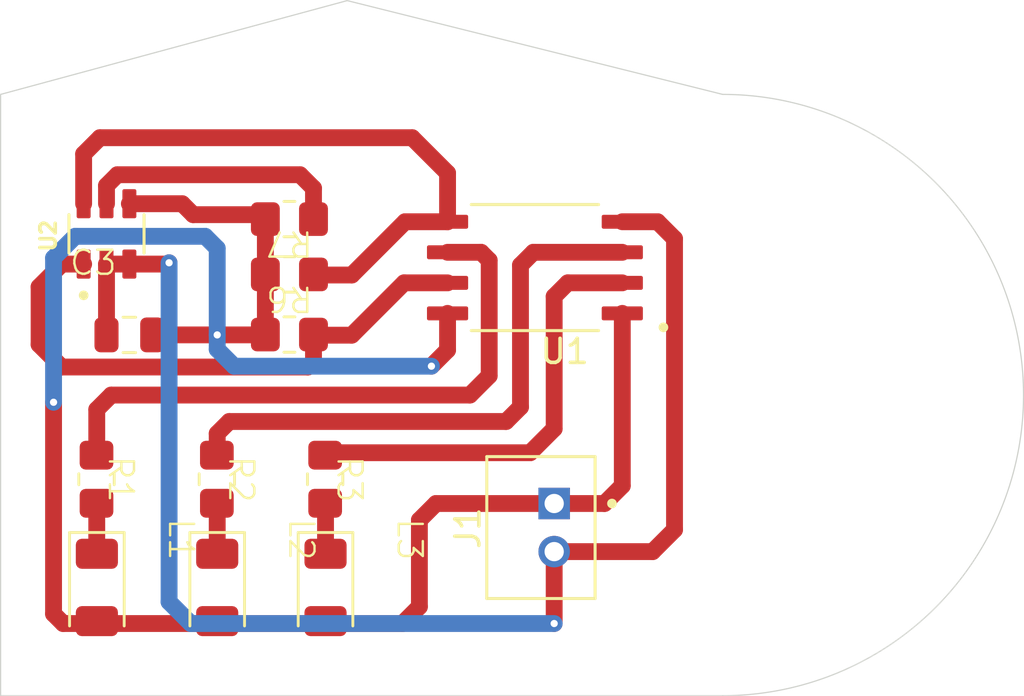
<source format=kicad_pcb>
(kicad_pcb (version 20240108) (generator "pcbnew") (generator_version "8.0")
  (layers (0 "F.Cu" signal) (31 "B.Cu" signal) (34 "B.Paste" user) (35 "F.Paste" user) (36 "B.SilkS" user "B.Silkscreen") (37 "F.SilkS" user "F.Silkscreen") (38 "B.Mask" user) (39 "F.Mask" user) (44 "Edge.Cuts" user))
  (net 0 "")
  (net 1 "VCC")
  (net 2 "GND")
  (net 3 "Net-(L1-K)")
  (net 4 "Net-(L2-K)")
  (net 5 "Net-(L3-K)")
  (net 6 "/L1")
  (net 7 "/L2")
  (net 8 "/L3")
  (net 9 "/PB2(SCK)")
  (net 10 "/PB0(MOSI)")
  (net 11 "/INT")
  (footprint "PVA_board:SOIC-8" (layer "F.Cu") (at 122.2 107.2 180)
    (property "Reference" "U1" (at -1.235 -3.487 0) (layer "F.SilkS"))
    (property "Value" "SOIC-8")
    (fp_line (start -2.645 2.62) (end 2.645 2.62) (stroke (width 0.127)) (layer "F.SilkS"))
    (fp_line (start -2.645 -2.62) (end 2.645 -2.62) (stroke (width 0.127)) (layer "F.SilkS"))
    (fp_circle (center -5.34 -2.485) (end -5.24 -2.485) (stroke (width 0.2)) (fill none) (layer "F.SilkS"))
    (pad "1" smd roundrect (at -3.63 -1.905 180) (size 1.71 0.58) (layers "F.Cu" "F.Paste" "F.Mask") (roundrect_rratio 0.125) (net 1 "VCC"))
    (pad "2" smd roundrect (at -3.63 -0.635 180) (size 1.71 0.58) (layers "F.Cu" "F.Paste" "F.Mask") (roundrect_rratio 0.125) (net 8 "/L3"))
    (pad "3" smd roundrect (at -3.63 0.635 180) (size 1.71 0.58) (layers "F.Cu" "F.Paste" "F.Mask") (roundrect_rratio 0.125) (net 7 "/L2"))
    (pad "4" smd roundrect (at -3.63 1.905 180) (size 1.71 0.58) (layers "F.Cu" "F.Paste" "F.Mask") (roundrect_rratio 0.125) (net 2 "GND"))
    (pad "5" smd roundrect (at 3.63 1.905 180) (size 1.71 0.58) (layers "F.Cu" "F.Paste" "F.Mask") (roundrect_rratio 0.125) (net 10 "/PB0(MOSI)"))
    (pad "6" smd roundrect (at 3.63 0.635 180) (size 1.71 0.58) (layers "F.Cu" "F.Paste" "F.Mask") (roundrect_rratio 0.125) (net 6 "/L1"))
    (pad "7" smd roundrect (at 3.63 -0.635 180) (size 1.71 0.58) (layers "F.Cu" "F.Paste" "F.Mask") (roundrect_rratio 0.125) (net 9 "/PB2(SCK)"))
    (pad "8" smd roundrect (at 3.63 -1.905 180) (size 1.71 0.58) (layers "F.Cu" "F.Paste" "F.Mask") (roundrect_rratio 0.125) (net 1 "VCC"))
  )
  (footprint "PVA_board:SOT-23-6" (layer "F.Cu") (at 104.4 105.8 90)
    (property "Reference" "U2" (at -0.078 -2.4189 90) (layer "F.SilkS") (effects (font (size 0.64 0.64))))
    (property "Value" "SOT-23-6")
    (fp_line (start 0.8 -1.56) (end -0.8 -1.56) (stroke (width 0.127)) (layer "F.SilkS"))
    (fp_line (start 0.8 1.56) (end -0.8 1.56) (stroke (width 0.127)) (layer "F.SilkS"))
    (fp_circle (center -2.555 -0.95) (end -2.455 -0.95) (stroke (width 0.2)) (fill none) (layer "F.SilkS"))
    (pad "1" smd roundrect (at -1.255 -0.95 90) (size 1.21 0.58) (layers "F.Cu" "F.Paste" "F.Mask") (roundrect_rratio 0.125) (net 9 "/PB2(SCK)"))
    (pad "2" smd roundrect (at -1.255 0 90) (size 1.21 0.58) (layers "F.Cu" "F.Paste" "F.Mask") (roundrect_rratio 0.125) (net 2 "GND"))
    (pad "3" smd roundrect (at -1.255 0.95 90) (size 1.21 0.58) (layers "F.Cu" "F.Paste" "F.Mask") (roundrect_rratio 0.125) (net 2 "GND"))
    (pad "4" smd roundrect (at 1.255 0.95 90) (size 1.21 0.58) (layers "F.Cu" "F.Paste" "F.Mask") (roundrect_rratio 0.125) (net 1 "VCC"))
    (pad "5" smd roundrect (at 1.255 0 90) (size 1.21 0.58) (layers "F.Cu" "F.Paste" "F.Mask") (roundrect_rratio 0.125) (net 11 "/INT"))
    (pad "6" smd roundrect (at 1.255 -0.95 90) (size 1.21 0.58) (layers "F.Cu" "F.Paste" "F.Mask") (roundrect_rratio 0.125) (net 10 "/PB0(MOSI)"))
  )
  (footprint "PVA_board:LED-1206" (layer "F.Cu") (at 113.5 120.5 -90)
    (property "Reference" "L3" (at -2 -3.5 -90) (layer "F.SilkS") (effects (font (thickness 0.1))))
    (property "Value" "~")
    (fp_line (start -2.285 1.135) (end 1.6 1.135) (stroke (width 0.12)) (layer "F.SilkS"))
    (fp_line (start -2.285 -1.135) (end -2.285 1.135) (stroke (width 0.12)) (layer "F.SilkS"))
    (fp_line (start 1.6 -1.135) (end -2.285 -1.135) (stroke (width 0.12)) (layer "F.SilkS"))
    (pad "1" smd roundrect (at -1.4 0 270) (size 1.25 1.75) (layers "F.Cu" "F.Paste" "F.Mask") (roundrect_rratio 0.2) (net 5 "Net-(L3-K)"))
    (pad "2" smd roundrect (at 1.4 0 270) (size 1.25 1.75) (layers "F.Cu" "F.Paste" "F.Mask") (roundrect_rratio 0.2) (net 1 "VCC"))
  )
  (footprint "PVA_board:R-0805" (layer "F.Cu") (at 112 107.5 180)
    (property "Reference" "R6" (at 0 -1 180) (layer "F.SilkS") (effects (font (thickness 0.1))))
    (property "Value" "4.7K")
    (fp_line (start -0.227064 0.75) (end 0.227064 0.75) (stroke (width 0.12)) (layer "F.SilkS"))
    (fp_line (start -0.227064 -0.72) (end 0.227064 -0.72) (stroke (width 0.12)) (layer "F.SilkS"))
    (pad "1" smd roundrect (at -1 0.015 180) (size 1.2 1.4) (layers "F.Cu" "F.Paste" "F.Mask") (roundrect_rratio 0.208333) (net 10 "/PB0(MOSI)"))
    (pad "2" smd roundrect (at 1 0.015 180) (size 1.2 1.4) (layers "F.Cu" "F.Paste" "F.Mask") (roundrect_rratio 0.208333) (net 1 "VCC"))
  )
  (footprint "PVA_board:JST_B2B-PH" (layer "F.Cu") (at 123 118.01 90)
    (property "Reference" "J1" (at -0.025 -3.585 90) (layer "F.SilkS"))
    (property "Value" "B2B-PH")
    (fp_line (start 2.95 -2.8) (end 2.95 1.7) (stroke (width 0.127)) (layer "F.SilkS"))
    (fp_line (start -2.95 -2.8) (end 2.95 -2.8) (stroke (width 0.127)) (layer "F.SilkS"))
    (fp_line (start 2.95 1.7) (end -2.95 1.7) (stroke (width 0.127)) (layer "F.SilkS"))
    (fp_line (start -2.95 1.7) (end -2.95 -2.8) (stroke (width 0.127)) (layer "F.SilkS"))
    (fp_circle (center 1 2.4) (end 1.1 2.4) (stroke (width 0.2)) (fill none) (layer "F.SilkS"))
    (pad "1" thru_hole rect (at 1 0 90) (size 1.308 1.308) (drill 0.8) (layers "*.Cu" "*.Mask") (net 1 "VCC"))
    (pad "2" thru_hole circle (at -1 0 90) (size 1.308 1.308) (drill 0.8) (layers "*.Cu" "*.Mask") (net 2 "GND"))
  )
  (footprint "PVA_board:C-0805" (layer "F.Cu") (at 105.35 110)
    (property "Reference" "C3" (at -1.5 -3 0) (layer "F.SilkS") (effects (font (thickness 0.1))))
    (property "Value" "0.1u" (hide yes))
    (fp_line (start -0.261252 -0.735) (end 0.261252 -0.735) (stroke (width 0.12)) (layer "F.SilkS"))
    (fp_line (start -0.261252 0.735) (end 0.261252 0.735) (stroke (width 0.12)) (layer "F.SilkS"))
    (pad "1" smd roundrect (at -0.95 0) (size 1 1.45) (layers "F.Cu" "F.Paste" "F.Mask") (net 2 "GND"))
    (pad "2" smd roundrect (at 0.95 0) (size 1 1.45) (layers "F.Cu" "F.Paste" "F.Mask") (net 1 "VCC"))
  )
  (footprint "PVA_board:LED-1206" (layer "F.Cu") (at 104 120.5 -90)
    (property "Reference" "L1" (at -2 -3.5 -90) (layer "F.SilkS") (effects (font (thickness 0.1))))
    (property "Value" "~")
    (fp_line (start -2.285 1.135) (end 1.6 1.135) (stroke (width 0.12)) (layer "F.SilkS"))
    (fp_line (start -2.285 -1.135) (end -2.285 1.135) (stroke (width 0.12)) (layer "F.SilkS"))
    (fp_line (start 1.6 -1.135) (end -2.285 -1.135) (stroke (width 0.12)) (layer "F.SilkS"))
    (pad "1" smd roundrect (at -1.4 0 270) (size 1.25 1.75) (layers "F.Cu" "F.Paste" "F.Mask") (roundrect_rratio 0.2) (net 3 "Net-(L1-K)"))
    (pad "2" smd roundrect (at 1.4 0 270) (size 1.25 1.75) (layers "F.Cu" "F.Paste" "F.Mask") (roundrect_rratio 0.2) (net 1 "VCC"))
  )
  (footprint "PVA_board:R-0805" (layer "F.Cu") (at 112 105.2 180)
    (property "Reference" "R7" (at 0 -1 180) (layer "F.SilkS") (effects (font (thickness 0.1))))
    (property "Value" "10K")
    (fp_line (start -0.227064 0.75) (end 0.227064 0.75) (stroke (width 0.12)) (layer "F.SilkS"))
    (fp_line (start -0.227064 -0.72) (end 0.227064 -0.72) (stroke (width 0.12)) (layer "F.SilkS"))
    (pad "1" smd roundrect (at -1 0.015 180) (size 1.2 1.4) (layers "F.Cu" "F.Paste" "F.Mask") (roundrect_rratio 0.208333) (net 11 "/INT"))
    (pad "2" smd roundrect (at 1 0.015 180) (size 1.2 1.4) (layers "F.Cu" "F.Paste" "F.Mask") (roundrect_rratio 0.208333) (net 1 "VCC"))
  )
  (footprint "PVA_board:R-0805" (layer "F.Cu") (at 104 116 -90)
    (property "Reference" "R1" (at 0 -1 -90) (layer "F.SilkS") (effects (font (thickness 0.1))))
    (property "Value" "~" (hide yes))
    (fp_line (start -0.227064 0.75) (end 0.227064 0.75) (stroke (width 0.12)) (layer "F.SilkS"))
    (fp_line (start -0.227064 -0.72) (end 0.227064 -0.72) (stroke (width 0.12)) (layer "F.SilkS"))
    (pad "1" smd roundrect (at -1 0.015 270) (size 1.2 1.4) (layers "F.Cu" "F.Paste" "F.Mask") (roundrect_rratio 0.208333) (net 6 "/L1"))
    (pad "2" smd roundrect (at 1 0.015 270) (size 1.2 1.4) (layers "F.Cu" "F.Paste" "F.Mask") (roundrect_rratio 0.208333) (net 3 "Net-(L1-K)"))
  )
  (footprint "PVA_board:R-0805" (layer "F.Cu") (at 109 116 -90)
    (property "Reference" "R2" (at 0 -1 -90) (layer "F.SilkS") (effects (font (thickness 0.1))))
    (property "Value" "~")
    (fp_line (start -0.227064 0.75) (end 0.227064 0.75) (stroke (width 0.12)) (layer "F.SilkS"))
    (fp_line (start -0.227064 -0.72) (end 0.227064 -0.72) (stroke (width 0.12)) (layer "F.SilkS"))
    (pad "1" smd roundrect (at -1 0.015 270) (size 1.2 1.4) (layers "F.Cu" "F.Paste" "F.Mask") (roundrect_rratio 0.208333) (net 7 "/L2"))
    (pad "2" smd roundrect (at 1 0.015 270) (size 1.2 1.4) (layers "F.Cu" "F.Paste" "F.Mask") (roundrect_rratio 0.208333) (net 4 "Net-(L2-K)"))
  )
  (footprint "PVA_board:LED-1206" (layer "F.Cu") (at 109 120.5 -90)
    (property "Reference" "L2" (at -2 -3.5 -90) (layer "F.SilkS") (effects (font (thickness 0.1))))
    (property "Value" "~")
    (fp_line (start -2.285 1.135) (end 1.6 1.135) (stroke (width 0.12)) (layer "F.SilkS"))
    (fp_line (start -2.285 -1.135) (end -2.285 1.135) (stroke (width 0.12)) (layer "F.SilkS"))
    (fp_line (start 1.6 -1.135) (end -2.285 -1.135) (stroke (width 0.12)) (layer "F.SilkS"))
    (pad "1" smd roundrect (at -1.4 0 270) (size 1.25 1.75) (layers "F.Cu" "F.Paste" "F.Mask") (roundrect_rratio 0.2) (net 4 "Net-(L2-K)"))
    (pad "2" smd roundrect (at 1.4 0 270) (size 1.25 1.75) (layers "F.Cu" "F.Paste" "F.Mask") (roundrect_rratio 0.2) (net 1 "VCC"))
  )
  (footprint "PVA_board:R-0805" (layer "F.Cu") (at 113.5 116 -90)
    (property "Reference" "R3" (at 0 -1 -90) (layer "F.SilkS") (effects (font (thickness 0.1))))
    (property "Value" "~")
    (fp_line (start -0.227064 0.75) (end 0.227064 0.75) (stroke (width 0.12)) (layer "F.SilkS"))
    (fp_line (start -0.227064 -0.72) (end 0.227064 -0.72) (stroke (width 0.12)) (layer "F.SilkS"))
    (pad "1" smd roundrect (at -1 0.015 270) (size 1.2 1.4) (layers "F.Cu" "F.Paste" "F.Mask") (roundrect_rratio 0.208333) (net 8 "/L3"))
    (pad "2" smd roundrect (at 1 0.015 270) (size 1.2 1.4) (layers "F.Cu" "F.Paste" "F.Mask") (roundrect_rratio 0.208333) (net 5 "Net-(L3-K)"))
  )
  (footprint "PVA_board:R-0805" (layer "F.Cu") (at 112 110 180)
    (property "Reference" "R5" (hide yes))
    (property "Value" "4.7K")
    (fp_line (start -0.227064 0.75) (end 0.227064 0.75) (stroke (width 0.12)) (layer "F.SilkS"))
    (fp_line (start -0.227064 -0.72) (end 0.227064 -0.72) (stroke (width 0.12)) (layer "F.SilkS"))
    (pad "1" smd roundrect (at -1 0.015 180) (size 1.2 1.4) (layers "F.Cu" "F.Paste" "F.Mask") (roundrect_rratio 0.208333) (net 9 "/PB2(SCK)"))
    (pad "2" smd roundrect (at 1 0.015 180) (size 1.2 1.4) (layers "F.Cu" "F.Paste" "F.Mask") (roundrect_rratio 0.208333) (net 1 "VCC"))
  )
  (gr_line (start 100 100) (end 100 125) (stroke (width 0.05)) (layer "Edge.Cuts"))
  (gr_arc (start 130 100) (mid 142.5 112.5) (end 130 125) (stroke (width 0.05)) (layer "Edge.Cuts"))
  (gr_line (start 100 125) (end 130 125) (stroke (width 0.05)) (layer "Edge.Cuts"))
  (gr_line (start 114.4 96.1) (end 130 100) (stroke (width 0.05)) (layer "Edge.Cuts"))
  (gr_line (start 100 100) (end 114.4 96.1) (stroke (width 0.05)) (layer "Edge.Cuts"))
  (segment (start 102.2 121.6) (end 102.2 112.8) (width 0.7) (layer "F.Cu") (net 1))
  (segment (start 107.545 104.545) (end 108 105) (width 0.7) (layer "F.Cu") (net 1))
  (segment (start 110.99 110) (end 111 110.01) (width 0.7) (layer "F.Cu") (net 1))
  (segment (start 113.5 122) (end 116.7 122) (width 0.7) (layer "F.Cu") (net 1))
  (segment (start 125.09 117.01) (end 123 117.01) (width 0.7) (layer "F.Cu") (net 1))
  (segment (start 104 122) (end 102.6 122) (width 0.7) (layer "F.Cu") (net 1))
  (segment (start 117.9 111.3) (end 118.57 110.63) (width 0.7) (layer "F.Cu") (net 1))
  (segment (start 108 105) (end 110.99 105) (width 0.7) (layer "F.Cu") (net 1))
  (segment (start 109 122) (end 113.5 122) (width 0.7) (layer "F.Cu") (net 1))
  (segment (start 102.6 122) (end 102.2 121.6) (width 0.7) (layer "F.Cu") (net 1))
  (segment (start 118.09 117.01) (end 123 117.01) (width 0.7) (layer "F.Cu") (net 1))
  (segment (start 117.4 121.3) (end 117.4 117.7) (width 0.7) (layer "F.Cu") (net 1))
  (segment (start 105.35 104.545) (end 107.545 104.545) (width 0.7) (layer "F.Cu") (net 1))
  (segment (start 104 122) (end 109 122) (width 0.7) (layer "F.Cu") (net 1))
  (segment (start 117.4 117.7) (end 118.09 117.01) (width 0.7) (layer "F.Cu") (net 1))
  (segment (start 111 107.51) (end 111 110.01) (width 0.7) (layer "F.Cu") (net 1))
  (segment (start 109 110) (end 110.99 110) (width 0.7) (layer "F.Cu") (net 1))
  (segment (start 118.57 110.63) (end 118.57 109.105) (width 0.7) (layer "F.Cu") (net 1))
  (segment (start 116.7 122) (end 117.4 121.3) (width 0.7) (layer "F.Cu") (net 1))
  (segment (start 108.99 110.01) (end 109 110) (width 0.7) (layer "F.Cu") (net 1))
  (segment (start 110.99 105) (end 111 105.01) (width 0.7) (layer "F.Cu") (net 1))
  (segment (start 125.83 116.27) (end 125.09 117.01) (width 0.7) (layer "F.Cu") (net 1))
  (segment (start 125.83 109.105) (end 125.83 116.27) (width 0.7) (layer "F.Cu") (net 1))
  (segment (start 111 105.01) (end 111 107.51) (width 0.7) (layer "F.Cu") (net 1))
  (segment (start 109 110) (end 106.21 110) (width 0.7) (layer "F.Cu") (net 1))
  (via (at 117.9 111.3) (size 0.6) (drill 0.3) (layers "F.Cu" "B.Cu") (net 1))
  (via (at 109 110) (size 0.6) (drill 0.3) (layers "F.Cu" "B.Cu") (net 1))
  (via (at 102.2 112.8) (size 0.6) (drill 0.3) (layers "F.Cu" "B.Cu") (net 1))
  (segment (start 109 110.6) (end 109 110) (width 0.7) (layer "B.Cu") (net 1))
  (segment (start 102.2 106.8) (end 103.1 105.9) (width 0.7) (layer "B.Cu") (net 1))
  (segment (start 103.1 105.9) (end 108.5 105.9) (width 0.7) (layer "B.Cu") (net 1))
  (segment (start 117.9 111.3) (end 109.7 111.3) (width 0.7) (layer "B.Cu") (net 1))
  (segment (start 108.5 105.9) (end 109 106.4) (width 0.7) (layer "B.Cu") (net 1))
  (segment (start 109.7 111.3) (end 109 110.6) (width 0.7) (layer "B.Cu") (net 1))
  (segment (start 102.2 112.8) (end 102.2 106.8) (width 0.7) (layer "B.Cu") (net 1))
  (segment (start 109 106.4) (end 109 110) (width 0.7) (layer "B.Cu") (net 1))
  (segment (start 104.4 107.055) (end 104.4 109.91) (width 0.7) (layer "F.Cu") (net 2))
  (segment (start 104.4 107.055) (end 105.35 107.055) (width 0.7) (layer "F.Cu") (net 2))
  (segment (start 123 119.01) (end 123 122) (width 0.7) (layer "F.Cu") (net 2))
  (segment (start 128 106) (end 128 118.1) (width 0.7) (layer "F.Cu") (net 2))
  (segment (start 127.295 105.295) (end 128 106) (width 0.7) (layer "F.Cu") (net 2))
  (segment (start 127.09 119.01) (end 123 119.01) (width 0.7) (layer "F.Cu") (net 2))
  (segment (start 125.83 105.295) (end 127.295 105.295) (width 0.7) (layer "F.Cu") (net 2))
  (segment (start 105.35 107.055) (end 106.945 107.055) (width 0.7) (layer "F.Cu") (net 2))
  (segment (start 128 118.1) (end 127.09 119.01) (width 0.7) (layer "F.Cu") (net 2))
  (segment (start 106.945 107.055) (end 107 107) (width 0.7) (layer "F.Cu") (net 2))
  (via (at 123 122) (size 0.6) (drill 0.3) (layers "F.Cu" "B.Cu") (net 2))
  (via (at 107 107) (size 0.6) (drill 0.3) (layers "F.Cu" "B.Cu") (net 2))
  (segment (start 107 107) (end 107 121.1) (width 0.7) (layer "B.Cu") (net 2))
  (segment (start 107 121.1) (end 107.9 122) (width 0.7) (layer "B.Cu") (net 2))
  (segment (start 107.9 122) (end 123 122) (width 0.7) (layer "B.Cu") (net 2))
  (segment (start 103.995 116.9) (end 103.995 119.195) (width 0.7) (layer "F.Cu") (net 3))
  (segment (start 109 116.9) (end 109 119.2) (width 0.7) (layer "F.Cu") (net 4))
  (segment (start 113.5 116.9) (end 113.5 119.2) (width 0.7) (layer "F.Cu") (net 5))
  (segment (start 120.3 111.7) (end 120.3 106.9) (width 0.7) (layer "F.Cu") (net 6))
  (segment (start 120.3 106.9) (end 119.965 106.565) (width 0.7) (layer "F.Cu") (net 6))
  (segment (start 104.5975 112.5) (end 119.5 112.5) (width 0.7) (layer "F.Cu") (net 6))
  (segment (start 119.965 106.565) (end 118.57 106.565) (width 0.7) (layer "F.Cu") (net 6))
  (segment (start 103.995 114.5) (end 103.995 113.1025) (width 0.7) (layer "F.Cu") (net 6))
  (segment (start 119.5 112.5) (end 120.3 111.7) (width 0.7) (layer "F.Cu") (net 6))
  (segment (start 103.995 113.1025) (end 104.5975 112.5) (width 0.7) (layer "F.Cu") (net 6))
  (segment (start 121.6 107.1) (end 122.135 106.565) (width 0.7) (layer "F.Cu") (net 7))
  (segment (start 109.5 113.6) (end 121 113.6) (width 0.7) (layer "F.Cu") (net 7))
  (segment (start 121 113.6) (end 121.6 113) (width 0.7) (layer "F.Cu") (net 7))
  (segment (start 109 114.1) (end 109.5 113.6) (width 0.7) (layer "F.Cu") (net 7))
  (segment (start 109 114.9) (end 109 114.1) (width 0.7) (layer "F.Cu") (net 7))
  (segment (start 121.6 113) (end 121.6 107.1) (width 0.7) (layer "F.Cu") (net 7))
  (segment (start 122.135 106.565) (end 125.83 106.565) (width 0.7) (layer "F.Cu") (net 7))
  (segment (start 123 113.9) (end 123 108.4) (width 0.7) (layer "F.Cu") (net 8))
  (segment (start 113.5 114.9) (end 122 114.9) (width 0.7) (layer "F.Cu") (net 8))
  (segment (start 123 108.4) (end 123.565 107.835) (width 0.7) (layer "F.Cu") (net 8))
  (segment (start 122 114.9) (end 123 113.9) (width 0.7) (layer "F.Cu") (net 8))
  (segment (start 123.565 107.835) (end 125.83 107.835) (width 0.7) (layer "F.Cu") (net 8))
  (segment (start 118.57 107.835) (end 116.765 107.835) (width 0.7) (layer "F.Cu") (net 9))
  (segment (start 101.6 110.4) (end 101.6 108) (width 0.7) (layer "F.Cu") (net 9))
  (segment (start 101.6 108) (end 102.545 107.055) (width 0.7) (layer "F.Cu") (net 9))
  (segment (start 113 110.01) (end 113 111.1) (width 0.7) (layer "F.Cu") (net 9))
  (segment (start 116.765 107.835) (end 114.59 110.01) (width 0.7) (layer "F.Cu") (net 9))
  (segment (start 102.545 107.055) (end 103.45 107.055) (width 0.7) (layer "F.Cu") (net 9))
  (segment (start 114.59 110.01) (end 113 110.01) (width 0.7) (layer "F.Cu") (net 9))
  (segment (start 102.535 111.335) (end 101.6 110.4) (width 0.7) (layer "F.Cu") (net 9))
  (segment (start 112.765 111.335) (end 102.535 111.335) (width 0.7) (layer "F.Cu") (net 9))
  (segment (start 113 111.1) (end 112.765 111.335) (width 0.7) (layer "F.Cu") (net 9))
  (segment (start 113 107.51) (end 114.59 107.51) (width 0.7) (layer "F.Cu") (net 10))
  (segment (start 116.805 105.295) (end 118.57 105.295) (width 0.7) (layer "F.Cu") (net 10))
  (segment (start 118.57 103.27) (end 118.57 105.295) (width 0.7) (layer "F.Cu") (net 10))
  (segment (start 117.1 101.8) (end 118.57 103.27) (width 0.7) (layer "F.Cu") (net 10))
  (segment (start 103.45 102.477208) (end 104.127208 101.8) (width 0.7) (layer "F.Cu") (net 10))
  (segment (start 114.59 107.51) (end 116.805 105.295) (width 0.7) (layer "F.Cu") (net 10))
  (segment (start 104.127208 101.8) (end 117.1 101.8) (width 0.7) (layer "F.Cu") (net 10))
  (segment (start 103.45 104.545) (end 103.45 102.477208) (width 0.7) (layer "F.Cu") (net 10))
  (segment (start 104.4 103.791934) (end 104.851934 103.34) (width 0.7) (layer "F.Cu") (net 11))
  (segment (start 104.851934 103.34) (end 112.44 103.34) (width 0.7) (layer "F.Cu") (net 11))
  (segment (start 112.44 103.34) (end 113 103.9) (width 0.7) (layer "F.Cu") (net 11))
  (segment (start 104.4 104.545) (end 104.4 103.791934) (width 0.7) (layer "F.Cu") (net 11))
  (segment (start 113 103.9) (end 113 105.01) (width 0.7) (layer "F.Cu") (net 11))
)
</source>
